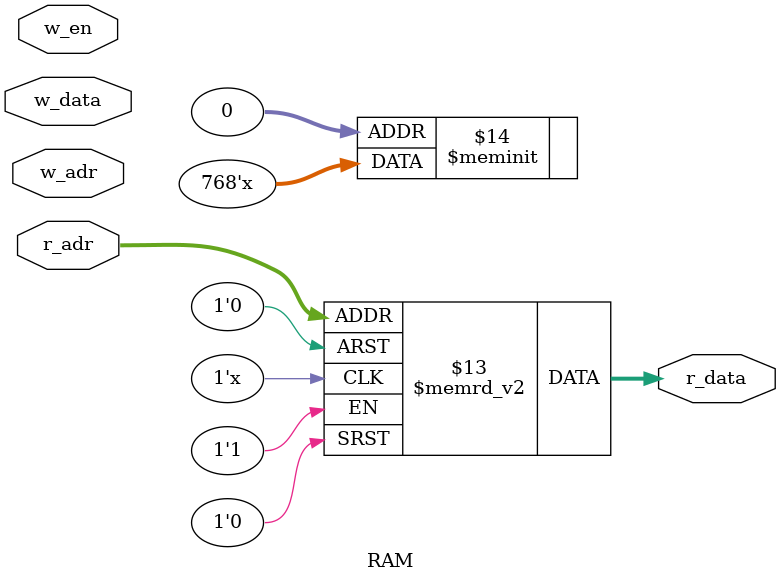
<source format=v>
`timescale 1ns / 1ps

module RAM(
        input       [5:0]   r_adr   ,
        input       [5:0]   w_adr   ,
        input               w_en    ,
        input       [11:0]  w_data  ,
        output reg  [11:0]  r_data
    );
    
    reg [11:0] MEM[0:63];
    
    
    always @(*) 
    begin 
        r_data = MEM[r_adr];
        if(w_en) MEM[w_adr] = w_data; 
    end
    
endmodule

</source>
